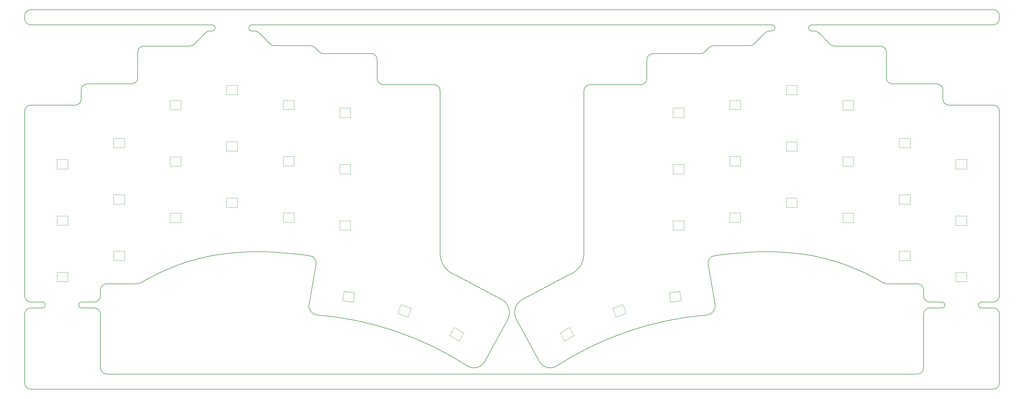
<source format=gm1>
G04 #@! TF.GenerationSoftware,KiCad,Pcbnew,8.0.1*
G04 #@! TF.CreationDate,2024-05-18T22:20:22+02:00*
G04 #@! TF.ProjectId,cornia,636f726e-6961-42e6-9b69-6361645f7063,3.0.1*
G04 #@! TF.SameCoordinates,Original*
G04 #@! TF.FileFunction,Profile,NP*
%FSLAX46Y46*%
G04 Gerber Fmt 4.6, Leading zero omitted, Abs format (unit mm)*
G04 Created by KiCad (PCBNEW 8.0.1) date 2024-05-18 22:20:22*
%MOMM*%
%LPD*%
G01*
G04 APERTURE LIST*
G04 #@! TA.AperFunction,Profile*
%ADD10C,0.200000*%
G04 #@! TD*
%ADD11C,0.200000*%
G04 #@! TA.AperFunction,Profile*
%ADD12C,0.100000*%
G04 #@! TD*
G04 APERTURE END LIST*
D10*
X271245754Y-145071550D02*
G75*
G02*
X268533026Y-148573935I-2955954J-512250D01*
G01*
X338007499Y-138279999D02*
X328010140Y-138279999D01*
X363007499Y-52780002D02*
X303107500Y-52780002D01*
X290025395Y-52772895D02*
X118489605Y-52787107D01*
X140081976Y-148573914D02*
G75*
G02*
X137369266Y-145071555I243224J2990114D01*
G01*
X363007502Y-146280000D02*
G75*
G02*
X365007500Y-148279999I-2J-2000000D01*
G01*
X342021713Y-146280000D02*
X346025395Y-146272891D01*
X68607498Y-166065785D02*
X68593286Y-148279999D01*
X137792411Y-129064168D02*
G75*
G02*
X139667836Y-131807527I-444411J-2316532D01*
G01*
X43607500Y-81279999D02*
X43607500Y-142280003D01*
X105407500Y-54779996D02*
X104684859Y-54780000D01*
X178607500Y-72530001D02*
X161857499Y-72530001D01*
X43607500Y-49779999D02*
X43607497Y-50779998D01*
X49325395Y-144272895D02*
G75*
G02*
X50325405Y-145272893I5J-1000005D01*
G01*
X363007501Y-79279999D02*
G75*
G02*
X365007501Y-81279998I99J-1999901D01*
G01*
X62247500Y-77279998D02*
G75*
G02*
X60247497Y-79280000I-2000000J-2D01*
G01*
X346367499Y-74279998D02*
X346367499Y-77279997D01*
X305344352Y-55365784D02*
X309172783Y-59194214D01*
X359107501Y-146279998D02*
X363007502Y-146280000D01*
X68607501Y-142279998D02*
X68607500Y-140280000D01*
X329727502Y-72279999D02*
G75*
G02*
X327727501Y-70279997I-2J1999999D01*
G01*
X60247497Y-79280000D02*
X45607498Y-79280000D01*
X303107501Y-54779998D02*
G75*
G02*
X302107502Y-53780000I-1J999998D01*
G01*
X80887500Y-61779999D02*
X80887500Y-70279998D01*
X290025395Y-54772891D02*
X289244860Y-54779999D01*
X124512781Y-59094213D02*
X120784356Y-55365788D01*
X248757499Y-64280000D02*
X248757499Y-70530003D01*
X62247500Y-74279999D02*
X62247500Y-77279998D01*
X137859070Y-59680000D02*
G75*
G02*
X139273301Y-60265773I30J-2000000D01*
G01*
X340021715Y-148279999D02*
X340007503Y-166065785D01*
X346025395Y-144280000D02*
G75*
G02*
X347018300Y-145272893I5J-992900D01*
G01*
D11*
X137792411Y-129064168D02*
X135639628Y-128773267D01*
X133527468Y-128516523D01*
X131454453Y-128294203D01*
X129419105Y-128106571D01*
X127419948Y-127953893D01*
X125455505Y-127836435D01*
X123524297Y-127754462D01*
X121624849Y-127708240D01*
X119755682Y-127698036D01*
X117915321Y-127724113D01*
X116102287Y-127786738D01*
X114315104Y-127886177D01*
X112552294Y-128022695D01*
X110812380Y-128196558D01*
X109093885Y-128408032D01*
X107395333Y-128657381D01*
X105715245Y-128944873D01*
X104052145Y-129270771D01*
X102404556Y-129635343D01*
X100770999Y-130038854D01*
X99150000Y-130481568D01*
X97540079Y-130963753D01*
X95939760Y-131485673D01*
X94347567Y-132047595D01*
X92762021Y-132649783D01*
X91181645Y-133292504D01*
X89604963Y-133976023D01*
X88030497Y-134700605D01*
X86456771Y-135466517D01*
X84882306Y-136274024D01*
X83305626Y-137123392D01*
X81725255Y-138014886D01*
D10*
X78887497Y-72280000D02*
X64247498Y-72280000D01*
X310586992Y-59779999D02*
G75*
G02*
X309172765Y-59194232I8J2000099D01*
G01*
X250757498Y-62280001D02*
X266499072Y-62279999D01*
X340007501Y-166065785D02*
G75*
G02*
X337908327Y-168077592I-2000001J-14215D01*
G01*
X346025395Y-144280000D02*
X342007501Y-144280000D01*
X365007499Y-81279998D02*
X365007499Y-142280002D01*
X140081976Y-148573915D02*
G75*
G02*
X189597784Y-165394822I-8693576J-106881785D01*
G01*
X363007502Y-47780000D02*
X45607498Y-47780000D01*
X68607501Y-140279999D02*
G75*
G02*
X70607500Y-138280001I1999999J-1D01*
G01*
X45607499Y-144280001D02*
G75*
G02*
X43607499Y-142280003I1J2000001D01*
G01*
X81725255Y-138014886D02*
G75*
G02*
X80604859Y-138279982I-1120355J2234886D01*
G01*
X50325394Y-145272893D02*
G75*
G02*
X49325395Y-146272894I-999994J-7D01*
G01*
X119370139Y-54780000D02*
G75*
G02*
X120784336Y-55365808I-39J-2000000D01*
G01*
X105407500Y-52780000D02*
G75*
G02*
X106407500Y-53779998I0J-1000000D01*
G01*
X363007499Y-173080002D02*
X45607501Y-173080002D01*
X43607500Y-81279999D02*
G75*
G02*
X45607498Y-79280000I2000000J-1D01*
G01*
X43607500Y-148280000D02*
X43607498Y-171080000D01*
X157857501Y-62280001D02*
X142115927Y-62280000D01*
X213338472Y-163958386D02*
X205790858Y-150191511D01*
X66593288Y-146280000D02*
G75*
G02*
X68593300Y-148279999I12J-2000000D01*
G01*
X267913286Y-61694212D02*
G75*
G02*
X266499072Y-62279979I-1414186J1414212D01*
G01*
X303930140Y-54780000D02*
G75*
G02*
X305344323Y-55365813I-140J-2000200D01*
G01*
X365007499Y-142280002D02*
G75*
G02*
X363007500Y-144279999I-1999999J2D01*
G01*
X142115927Y-62280000D02*
G75*
G02*
X140701699Y-61694227I-27J2000000D01*
G01*
X195276527Y-163958387D02*
X202824141Y-150191512D01*
X62247500Y-74279999D02*
G75*
G02*
X64247498Y-72280000I2000000J-1D01*
G01*
X269341699Y-60265773D02*
G75*
G02*
X270755929Y-59680000I1414201J-1414227D01*
G01*
X45607501Y-173080002D02*
G75*
G02*
X43607498Y-171080000I-1J2000002D01*
G01*
X70607500Y-138280000D02*
X80604859Y-138280000D01*
X140701713Y-61694213D02*
X139273287Y-60265787D01*
X219017227Y-165394841D02*
G75*
G02*
X268533026Y-148573937I58209373J-90060859D01*
G01*
X178607500Y-72530001D02*
G75*
G02*
X180607499Y-74530000I0J-1999999D01*
G01*
X125926995Y-59680000D02*
G75*
G02*
X124512783Y-59094211I5J2000000D01*
G01*
X157857501Y-62280001D02*
G75*
G02*
X159857499Y-64280000I-1J-1999999D01*
G01*
X45607499Y-144280001D02*
X49325395Y-144272895D01*
X223035696Y-135358715D02*
X207532024Y-143543572D01*
X98028007Y-59780000D02*
X82887498Y-59780000D01*
X365007502Y-50780002D02*
X365007499Y-49780001D01*
X342007501Y-144280000D02*
G75*
G02*
X340007500Y-142279997I-1J2000000D01*
G01*
X119370139Y-54780000D02*
X118489606Y-54787103D01*
X290025395Y-52772895D02*
G75*
G02*
X291025405Y-53772893I5J-1000005D01*
G01*
X338007499Y-138279999D02*
G75*
G02*
X340007501Y-140279998I1J-2000001D01*
G01*
X340007498Y-142279997D02*
X340007499Y-140279999D01*
X228007500Y-74530000D02*
G75*
G02*
X230007499Y-72530000I2000000J0D01*
G01*
X205790860Y-150191510D02*
G75*
G02*
X207532002Y-143543537I4384340J2403710D01*
G01*
X310586992Y-59779999D02*
X325727501Y-59779999D01*
X348367502Y-79279999D02*
X363007501Y-79279999D01*
X303930140Y-54780000D02*
X303107501Y-54779998D01*
X68607500Y-142279998D02*
G75*
G02*
X66607498Y-144280000I-2000000J-2D01*
G01*
X291025394Y-53772893D02*
G75*
G02*
X290025395Y-54772894I-999994J-7D01*
G01*
X43607500Y-148279999D02*
G75*
G02*
X45607498Y-146280000I2000000J-1D01*
G01*
X246757500Y-72530001D02*
X230007499Y-72530001D01*
X80887500Y-70279998D02*
G75*
G02*
X78887497Y-72280000I-2000000J-2D01*
G01*
X201082975Y-143543574D02*
G75*
G02*
X202824102Y-150191490I-2643175J-4244226D01*
G01*
X45607500Y-52780000D02*
G75*
G02*
X43607500Y-50779998I0J2000000D01*
G01*
X106407499Y-53779998D02*
G75*
G02*
X105407500Y-54779999I-999999J-2D01*
G01*
X268947221Y-131807515D02*
G75*
G02*
X270822577Y-129064111I2319779J426915D01*
G01*
X327727499Y-61779998D02*
X327727499Y-70279997D01*
X248757499Y-70530003D02*
G75*
G02*
X246757500Y-72529999I-1999999J3D01*
G01*
X70706674Y-168077592D02*
G75*
G02*
X68607499Y-166065785I-99174J1997592D01*
G01*
X185579303Y-135358716D02*
G75*
G02*
X180607500Y-128780000I2528197J7078716D01*
G01*
X284102218Y-59094212D02*
X287830643Y-55365787D01*
X287830644Y-55365788D02*
G75*
G02*
X289244860Y-54780024I1414056J-1413912D01*
G01*
X365007502Y-171080000D02*
G75*
G02*
X363007499Y-173080002I-2000002J0D01*
G01*
X62407501Y-146279998D02*
G75*
G02*
X61407502Y-145280000I-1J999998D01*
G01*
X329727502Y-72279999D02*
X344367501Y-72279999D01*
X185579303Y-135358716D02*
X201082975Y-143543573D01*
X270755929Y-59679999D02*
X282688004Y-59679999D01*
X365007502Y-171080000D02*
X365007500Y-148280000D01*
X365007502Y-50780002D02*
G75*
G02*
X363007499Y-52780002I-2000002J2D01*
G01*
X195276527Y-163958387D02*
G75*
G02*
X189597812Y-165394779I-3507427J1922987D01*
G01*
X117489607Y-53787105D02*
G75*
G02*
X118489605Y-52787107I999993J5D01*
G01*
X344367501Y-72279999D02*
G75*
G02*
X346367501Y-74279998I-1J-2000001D01*
G01*
X219017221Y-165394829D02*
G75*
G02*
X213338420Y-163958414I-2171321J3359429D01*
G01*
X284102218Y-59094212D02*
G75*
G02*
X282688004Y-59679960I-1414118J1414112D01*
G01*
X159857500Y-70530003D02*
X159857500Y-64280000D01*
X180607500Y-128780000D02*
X180607499Y-74530000D01*
X228007499Y-128779999D02*
G75*
G02*
X223035696Y-135358715I-7499999J499999D01*
G01*
X103270647Y-55365785D02*
X99442216Y-59194215D01*
X359107501Y-146279998D02*
G75*
G02*
X358107502Y-145280000I-1J999998D01*
G01*
X99442213Y-59194212D02*
G75*
G02*
X98028007Y-59779999I-1414213J1414212D01*
G01*
X103270648Y-55365786D02*
G75*
G02*
X104684859Y-54779972I1414252J-1414214D01*
G01*
X325727501Y-59779999D02*
G75*
G02*
X327727501Y-61779998I-1J-2000001D01*
G01*
X62407500Y-144280002D02*
X66607498Y-144280001D01*
X118489606Y-54787103D02*
G75*
G02*
X117489597Y-53787105I-6J1000003D01*
G01*
X80887500Y-61779999D02*
G75*
G02*
X82887498Y-59780000I2000000J-1D01*
G01*
X248757499Y-64280000D02*
G75*
G02*
X250757498Y-62279999I2000001J0D01*
G01*
X348367502Y-79279999D02*
G75*
G02*
X346367501Y-77279997I-2J1999999D01*
G01*
X43607500Y-49779999D02*
G75*
G02*
X45607498Y-47780000I2000000J-1D01*
G01*
X161857499Y-72530001D02*
G75*
G02*
X159857499Y-70530003I1J2000001D01*
G01*
X363007502Y-47780001D02*
G75*
G02*
X365007499Y-49780000I-2J-1999999D01*
G01*
X45607501Y-146280000D02*
X49325395Y-146272891D01*
X347025394Y-145272893D02*
G75*
G02*
X346025395Y-146272894I-999994J-7D01*
G01*
X139667779Y-131807516D02*
X137369243Y-145071551D01*
X359107500Y-144280002D02*
X363007500Y-144280000D01*
X267913286Y-61694212D02*
X269341699Y-60265773D01*
X268947220Y-131807515D02*
X271245756Y-145071550D01*
X61407502Y-145280000D02*
G75*
G02*
X62407500Y-144280002I999998J0D01*
G01*
X105407500Y-52780000D02*
X45607500Y-52780000D01*
X62407501Y-146279998D02*
X66593288Y-146280000D01*
X328010140Y-138280000D02*
G75*
G02*
X326889735Y-138014903I-140J2499600D01*
G01*
X137859070Y-59680000D02*
X125926995Y-59680000D01*
X337908327Y-168077592D02*
X70707500Y-168080000D01*
D11*
X270822588Y-129064167D02*
X272975370Y-128773266D01*
X275087530Y-128516522D01*
X277160545Y-128294202D01*
X279195893Y-128106570D01*
X281195050Y-127953892D01*
X283159493Y-127836434D01*
X285090701Y-127754461D01*
X286990149Y-127708239D01*
X288859316Y-127698035D01*
X290699677Y-127724112D01*
X292512711Y-127786737D01*
X294299894Y-127886176D01*
X296062704Y-128022694D01*
X297802618Y-128196557D01*
X299521113Y-128408031D01*
X301219665Y-128657380D01*
X302899753Y-128944872D01*
X304562853Y-129270770D01*
X306210442Y-129635342D01*
X307843999Y-130038853D01*
X309464998Y-130481567D01*
X311074919Y-130963752D01*
X312675238Y-131485672D01*
X314267431Y-132047594D01*
X315852977Y-132649782D01*
X317433353Y-133292503D01*
X319010035Y-133976022D01*
X320584501Y-134700604D01*
X322158227Y-135466516D01*
X323732692Y-136274023D01*
X325309372Y-137123391D01*
X326889744Y-138014885D01*
D10*
X358107502Y-145280000D02*
G75*
G02*
X359107500Y-144280002I999998J0D01*
G01*
X340021715Y-148279999D02*
G75*
G02*
X342021713Y-146280015I1999985J-1D01*
G01*
X302107502Y-53780000D02*
G75*
G02*
X303107500Y-52780002I999998J0D01*
G01*
X228007499Y-128779999D02*
X228007500Y-74530000D01*
D12*
X54259500Y-97254500D02*
X54259500Y-100354500D01*
X54259500Y-100354500D02*
X57859500Y-100354500D01*
X57859500Y-97254500D02*
X54259500Y-97254500D01*
X57859500Y-100354500D02*
X57859500Y-97254500D01*
X72899500Y-90254500D02*
X72899500Y-93354500D01*
X72899500Y-93354500D02*
X76499500Y-93354500D01*
X76499500Y-90254500D02*
X72899500Y-90254500D01*
X76499500Y-93354500D02*
X76499500Y-90254500D01*
X91539500Y-77754500D02*
X91539500Y-80854500D01*
X91539500Y-80854500D02*
X95139500Y-80854500D01*
X95139500Y-77754500D02*
X91539500Y-77754500D01*
X95139500Y-80854500D02*
X95139500Y-77754500D01*
X110179500Y-72754500D02*
X110179500Y-75854500D01*
X110179500Y-75854500D02*
X113779500Y-75854500D01*
X113779500Y-72754500D02*
X110179500Y-72754500D01*
X113779500Y-75854500D02*
X113779500Y-72754500D01*
X128819500Y-77654500D02*
X128819500Y-80754500D01*
X128819500Y-80754500D02*
X132419500Y-80754500D01*
X132419500Y-77654500D02*
X128819500Y-77654500D01*
X132419500Y-80754500D02*
X132419500Y-77654500D01*
X147459500Y-80254500D02*
X147459500Y-83354500D01*
X147459500Y-83354500D02*
X151059500Y-83354500D01*
X151059500Y-80254500D02*
X147459500Y-80254500D01*
X151059500Y-83354500D02*
X151059500Y-80254500D01*
X54259500Y-115854500D02*
X54259500Y-118954500D01*
X54259500Y-118954500D02*
X57859500Y-118954500D01*
X57859500Y-115854500D02*
X54259500Y-115854500D01*
X57859500Y-118954500D02*
X57859500Y-115854500D01*
X72899500Y-108854500D02*
X72899500Y-111954500D01*
X72899500Y-111954500D02*
X76499500Y-111954500D01*
X76499500Y-108854500D02*
X72899500Y-108854500D01*
X76499500Y-111954500D02*
X76499500Y-108854500D01*
X91539500Y-96354500D02*
X91539500Y-99454500D01*
X91539500Y-99454500D02*
X95139500Y-99454500D01*
X95139500Y-96354500D02*
X91539500Y-96354500D01*
X95139500Y-99454500D02*
X95139500Y-96354500D01*
X110179500Y-91354500D02*
X110179500Y-94454500D01*
X110179500Y-94454500D02*
X113779500Y-94454500D01*
X113779500Y-91354500D02*
X110179500Y-91354500D01*
X113779500Y-94454500D02*
X113779500Y-91354500D01*
X128819500Y-96254500D02*
X128819500Y-99354500D01*
X128819500Y-99354500D02*
X132419500Y-99354500D01*
X132419500Y-96254500D02*
X128819500Y-96254500D01*
X132419500Y-99354500D02*
X132419500Y-96254500D01*
X147459500Y-98854500D02*
X147459500Y-101954500D01*
X147459500Y-101954500D02*
X151059500Y-101954500D01*
X151059500Y-98854500D02*
X147459500Y-98854500D01*
X151059500Y-101954500D02*
X151059500Y-98854500D01*
X54259500Y-134454500D02*
X54259500Y-137554500D01*
X54259500Y-137554500D02*
X57859500Y-137554500D01*
X57859500Y-134454500D02*
X54259500Y-134454500D01*
X57859500Y-137554500D02*
X57859500Y-134454500D01*
X72899500Y-127454500D02*
X72899500Y-130554500D01*
X72899500Y-130554500D02*
X76499500Y-130554500D01*
X76499500Y-127454500D02*
X72899500Y-127454500D01*
X76499500Y-130554500D02*
X76499500Y-127454500D01*
X91539500Y-114954500D02*
X91539500Y-118054500D01*
X91539500Y-118054500D02*
X95139500Y-118054500D01*
X95139500Y-114954500D02*
X91539500Y-114954500D01*
X95139500Y-118054500D02*
X95139500Y-114954500D01*
X110179500Y-109954500D02*
X110179500Y-113054500D01*
X110179500Y-113054500D02*
X113779500Y-113054500D01*
X113779500Y-109954500D02*
X110179500Y-109954500D01*
X113779500Y-113054500D02*
X113779500Y-109954500D01*
X147459500Y-117454500D02*
X147459500Y-120554500D01*
X147459500Y-120554500D02*
X151059500Y-120554500D01*
X151059500Y-117454500D02*
X147459500Y-117454500D01*
X151059500Y-120554500D02*
X151059500Y-117454500D01*
X183751930Y-155429151D02*
X186905725Y-157165115D01*
X185246789Y-152713383D02*
X183751930Y-155429151D01*
X186905725Y-157165115D02*
X188400584Y-154449347D01*
X188400584Y-154449347D02*
X185246789Y-152713383D01*
X294700500Y-91360000D02*
X294700500Y-94460000D01*
X294700500Y-94460000D02*
X298300500Y-94460000D01*
X298300500Y-91360000D02*
X294700500Y-91360000D01*
X298300500Y-94460000D02*
X298300500Y-91360000D01*
X276060500Y-96260000D02*
X276060500Y-99360000D01*
X276060500Y-99360000D02*
X279660500Y-99360000D01*
X279660500Y-96260000D02*
X276060500Y-96260000D01*
X279660500Y-99360000D02*
X279660500Y-96260000D01*
X257420500Y-98860000D02*
X257420500Y-101960000D01*
X257420500Y-101960000D02*
X261020500Y-101960000D01*
X261020500Y-98860000D02*
X257420500Y-98860000D01*
X261020500Y-101960000D02*
X261020500Y-98860000D01*
X350620500Y-134460000D02*
X350620500Y-137560000D01*
X350620500Y-137560000D02*
X354220500Y-137560000D01*
X354220500Y-134460000D02*
X350620500Y-134460000D01*
X354220500Y-137560000D02*
X354220500Y-134460000D01*
X331980500Y-127460000D02*
X331980500Y-130560000D01*
X331980500Y-130560000D02*
X335580500Y-130560000D01*
X335580500Y-127460000D02*
X331980500Y-127460000D01*
X335580500Y-130560000D02*
X335580500Y-127460000D01*
X313340500Y-114960000D02*
X313340500Y-118060000D01*
X313340500Y-118060000D02*
X316940500Y-118060000D01*
X316940500Y-114960000D02*
X313340500Y-114960000D01*
X316940500Y-118060000D02*
X316940500Y-114960000D01*
X294700500Y-109960000D02*
X294700500Y-113060000D01*
X294700500Y-113060000D02*
X298300500Y-113060000D01*
X298300500Y-109960000D02*
X294700500Y-109960000D01*
X298300500Y-113060000D02*
X298300500Y-109960000D01*
X276060500Y-114860000D02*
X276060500Y-117960000D01*
X276060500Y-117960000D02*
X279660500Y-117960000D01*
X279660500Y-114860000D02*
X276060500Y-114860000D01*
X279660500Y-117960000D02*
X279660500Y-114860000D01*
X257420500Y-117460000D02*
X257420500Y-120560000D01*
X257420500Y-120560000D02*
X261020500Y-120560000D01*
X261020500Y-117460000D02*
X257420500Y-117460000D01*
X261020500Y-120560000D02*
X261020500Y-117460000D01*
X256023601Y-141380502D02*
X256552850Y-144434990D01*
X256552850Y-144434990D02*
X260099997Y-143820378D01*
X259570748Y-140765890D02*
X256023601Y-141380502D01*
X260099997Y-143820378D02*
X259570748Y-140765890D01*
X237487588Y-146340337D02*
X238513714Y-149265583D01*
X238513714Y-149265583D02*
X241910774Y-148073953D01*
X240884648Y-145148707D02*
X237487588Y-146340337D01*
X241910774Y-148073953D02*
X240884648Y-145148707D01*
X148380735Y-143814202D02*
X151927882Y-144428814D01*
X148909984Y-140759714D02*
X148380735Y-143814202D01*
X151927882Y-144428814D02*
X152457131Y-141374326D01*
X152457131Y-141374326D02*
X148909984Y-140759714D01*
X166575996Y-148073040D02*
X169973056Y-149264670D01*
X167602122Y-145147794D02*
X166575996Y-148073040D01*
X169973056Y-149264670D02*
X170999182Y-146339424D01*
X170999182Y-146339424D02*
X167602122Y-145147794D01*
X128819500Y-114854500D02*
X128819500Y-117954500D01*
X128819500Y-117954500D02*
X132419500Y-117954500D01*
X132419500Y-114854500D02*
X128819500Y-114854500D01*
X132419500Y-117954500D02*
X132419500Y-114854500D01*
X350620500Y-97260000D02*
X350620500Y-100360000D01*
X350620500Y-100360000D02*
X354220500Y-100360000D01*
X354220500Y-97260000D02*
X350620500Y-97260000D01*
X354220500Y-100360000D02*
X354220500Y-97260000D01*
X331980500Y-90260000D02*
X331980500Y-93360000D01*
X331980500Y-93360000D02*
X335580500Y-93360000D01*
X335580500Y-90260000D02*
X331980500Y-90260000D01*
X335580500Y-93360000D02*
X335580500Y-90260000D01*
X313340500Y-77760000D02*
X313340500Y-80860000D01*
X313340500Y-80860000D02*
X316940500Y-80860000D01*
X316940500Y-77760000D02*
X313340500Y-77760000D01*
X316940500Y-80860000D02*
X316940500Y-77760000D01*
X294700500Y-72760000D02*
X294700500Y-75860000D01*
X294700500Y-75860000D02*
X298300500Y-75860000D01*
X298300500Y-72760000D02*
X294700500Y-72760000D01*
X298300500Y-75860000D02*
X298300500Y-72760000D01*
X276060500Y-77660000D02*
X276060500Y-80760000D01*
X276060500Y-80760000D02*
X279660500Y-80760000D01*
X279660500Y-77660000D02*
X276060500Y-77660000D01*
X279660500Y-80760000D02*
X279660500Y-77660000D01*
X257420500Y-80260000D02*
X257420500Y-83360000D01*
X257420500Y-83360000D02*
X261020500Y-83360000D01*
X261020500Y-80260000D02*
X257420500Y-80260000D01*
X261020500Y-83360000D02*
X261020500Y-80260000D01*
X350620500Y-115860000D02*
X350620500Y-118960000D01*
X350620500Y-118960000D02*
X354220500Y-118960000D01*
X354220500Y-115860000D02*
X350620500Y-115860000D01*
X354220500Y-118960000D02*
X354220500Y-115860000D01*
X331980500Y-108860000D02*
X331980500Y-111960000D01*
X331980500Y-111960000D02*
X335580500Y-111960000D01*
X335580500Y-108860000D02*
X331980500Y-108860000D01*
X335580500Y-111960000D02*
X335580500Y-108860000D01*
X313340500Y-96360000D02*
X313340500Y-99460000D01*
X313340500Y-99460000D02*
X316940500Y-99460000D01*
X316940500Y-96360000D02*
X313340500Y-96360000D01*
X316940500Y-99460000D02*
X316940500Y-96360000D01*
X220085916Y-154450597D02*
X221580775Y-157166365D01*
X221580775Y-157166365D02*
X224734570Y-155430401D01*
X223239711Y-152714633D02*
X220085916Y-154450597D01*
X224734570Y-155430401D02*
X223239711Y-152714633D01*
M02*

</source>
